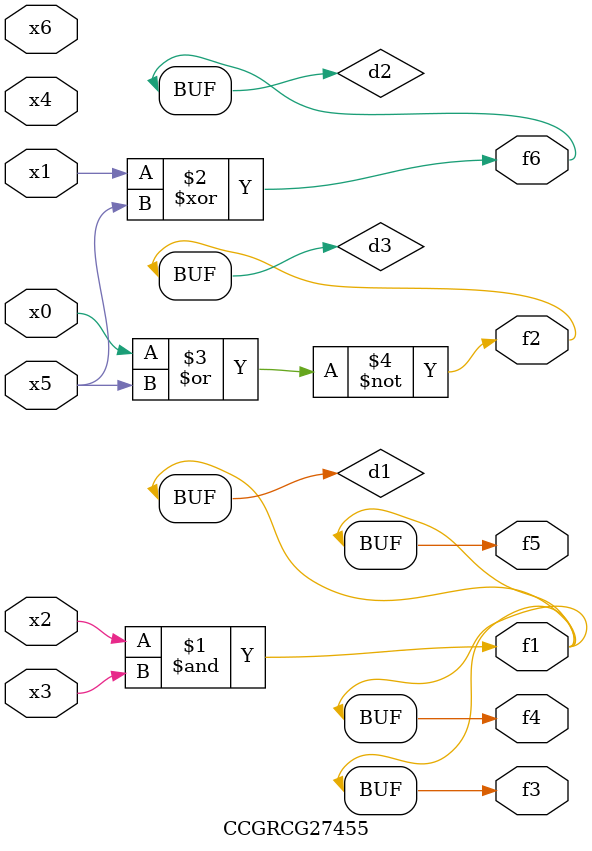
<source format=v>
module CCGRCG27455(
	input x0, x1, x2, x3, x4, x5, x6,
	output f1, f2, f3, f4, f5, f6
);

	wire d1, d2, d3;

	and (d1, x2, x3);
	xor (d2, x1, x5);
	nor (d3, x0, x5);
	assign f1 = d1;
	assign f2 = d3;
	assign f3 = d1;
	assign f4 = d1;
	assign f5 = d1;
	assign f6 = d2;
endmodule

</source>
